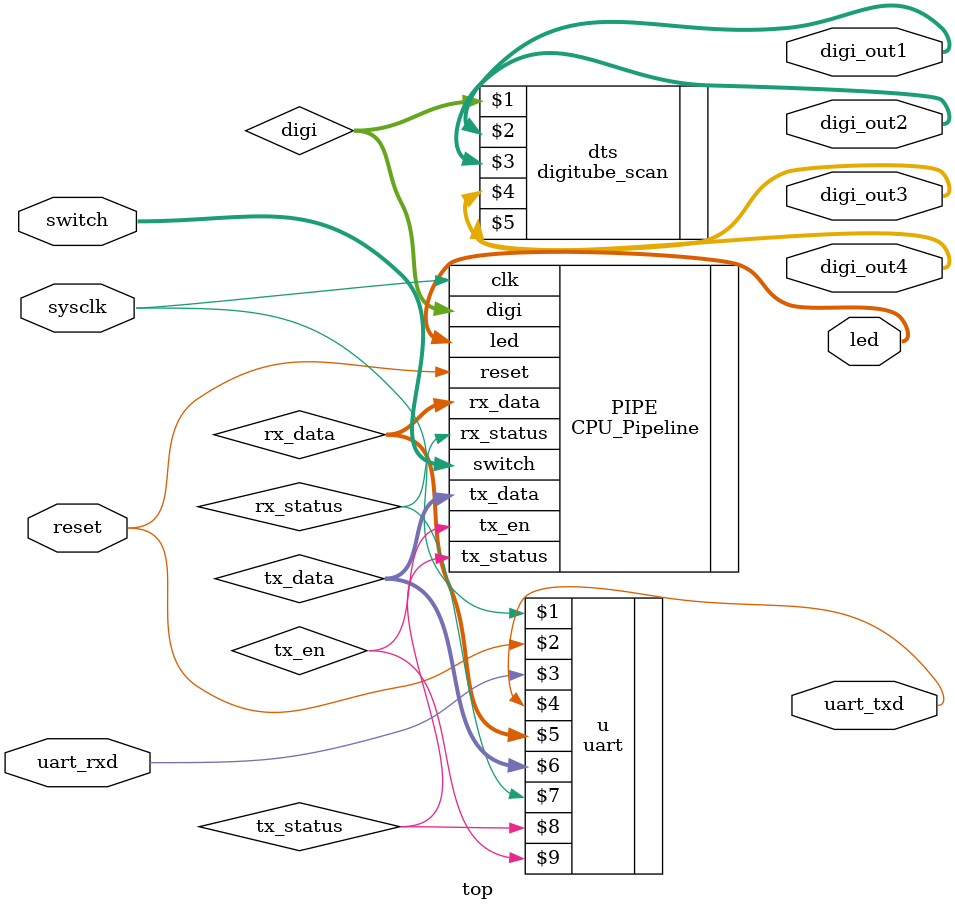
<source format=v>
module top(reset, sysclk, switch, led, digi_out1, digi_out2, digi_out3, digi_out4, uart_rxd, uart_txd);
input reset, sysclk;
//wire cpuclk;
input [7:0] switch;
output wire[7:0] led;
//digitube_scan
wire[11:0] digi;
wire[7:0]rx_data;
wire [7:0]tx_data;
output wire[6:0] digi_out1, digi_out2, digi_out3, digi_out4;
//uart
input uart_rxd;
output wire uart_txd;
wire rx_status, tx_status, tx_en;
//cpu_clk clkgen (reset, sysclk, cpuclk);
CPU_Pipeline PIPE
  (
  .clk(sysclk),
  .reset(reset),
  .switch(switch),
  .led(led),
  .digi(digi),
  .rx_data(rx_data),
  .tx_data(tx_data),
  .rx_status(rx_status),
  .tx_status(tx_status),
  .tx_en(tx_en)); 
//CPU c (reset, cpuclk, switch, led, digi, tx_data, rx_data, rx_status, tx_status, tx_en);
uart u (sysclk, reset, uart_rxd, uart_txd, rx_data, tx_data, rx_status, tx_status, tx_en);
digitube_scan dts (digi,digi_out1,digi_out2,digi_out3,digi_out4);
endmodule
/*
module cpu_clk(reset, sysclk, cpuclk);
input reset, sysclk;
output reg cpuclk;
reg [8:0]cnt;
always @(negedge sysclk or negedge reset)
	if(~reset)
		begin
		cnt <= 0;
		cpuclk <= 0;
		end
	else
		if(cnt == 499)
			//t=20us, f=50kHz
			begin
			cnt <= 0;
			cpuclk = ~cpuclk;
			end
		else
			cnt <= cnt+9'b1;

endmodule*/
</source>
